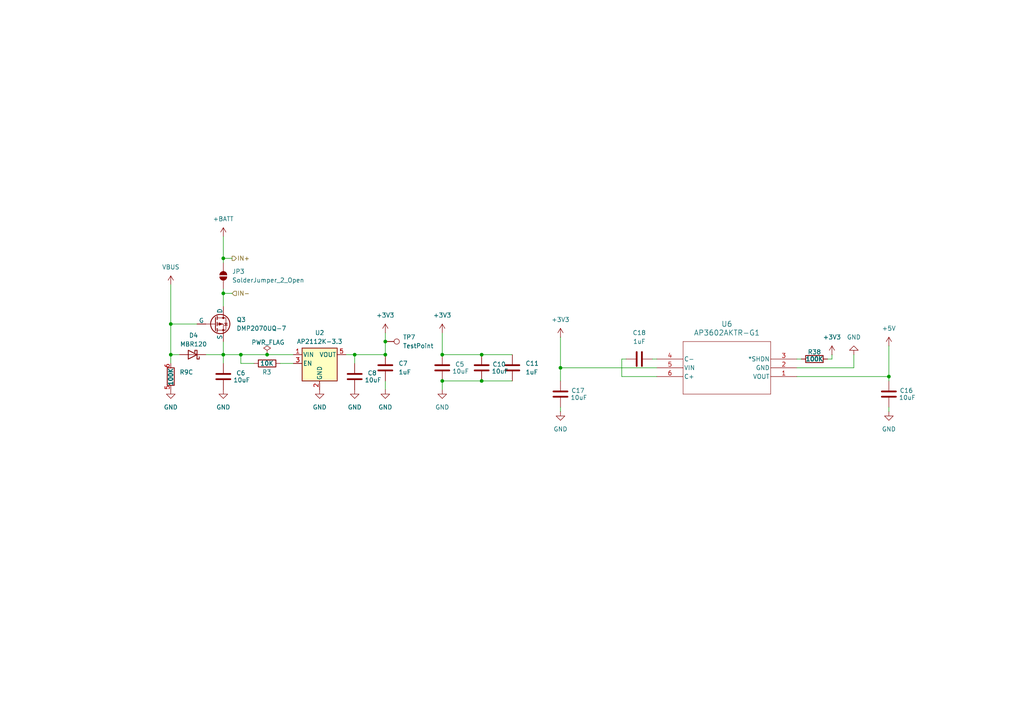
<source format=kicad_sch>
(kicad_sch (version 20231120) (generator "eeschema") (generator_version "8.0")
  (paper "A4")
  (title_block (title "Power - Management") (company "catbranchman") (comment 1 "Electrical Engineering Department") (comment 2 "EE 156 / Stanford University") (comment 3 "Flight Club, W6YX, Endurance"))
  (lib_symbols
    (symbol "Connector:TestPoint" (pin_numbers hide) (pin_names (offset 0.762) hide)
      (property "Reference" "TP" (at 0 6.858 0))
      (property "Value" "TestPoint" (at 0 5.08 0))
      (symbol "TestPoint_0_1"
        (circle (center 0 3.302) (radius 0.762))
      )
      (symbol "TestPoint_1_1"
        (pin passive line (at 0 0 90) (length 2.54) (name "1") (number "1"))
      )
    )
    (symbol "Device:C" (pin_numbers hide) (pin_names (offset 0.254))
      (property "Reference" "C" (at 0.635 2.54 0))
      (property "Value" "C" (at 0.635 -2.54 0))
      (symbol "C_0_1"
        (polyline (pts (xy -2.032 -0.762) (xy 2.032 -0.762)) (stroke (width 0.508)))
        (polyline (pts (xy -2.032 0.762) (xy 2.032 0.762)) (stroke (width 0.508)))
      )
      (symbol "C_1_1"
        (pin passive line (at 0 3.81 270) (length 2.794) (name "~") (number "1"))
        (pin passive line (at 0 -3.81 90) (length 2.794) (name "~") (number "2"))
      )
    )
    (symbol "Device:D_Schottky" (pin_numbers hide) (pin_names (offset 1.016) hide)
      (property "Reference" "D" (at 0 2.54 0))
      (property "Value" "D_Schottky" (at 0 -2.54 0))
      (symbol "D_Schottky_0_1"
        (polyline (pts (xy 1.27 0) (xy -1.27 0)))
        (polyline (pts (xy 1.27 1.27) (xy 1.27 -1.27) (xy -1.27 0) (xy 1.27 1.27)) (stroke (width 0.254)))
        (polyline (pts (xy -1.905 0.635) (xy -1.905 1.27) (xy -1.27 1.27) (xy -1.27 -1.27) (xy -0.635 -1.27) (xy -0.635 -0.635)) (stroke (width 0.254)))
      )
      (symbol "D_Schottky_1_1"
        (pin passive line (at -3.81 0 0) (length 2.54) (name "K") (number "1"))
        (pin passive line (at 3.81 0 180) (length 2.54) (name "A") (number "2"))
      )
    )
    (symbol "Device:R" (pin_numbers hide) (pin_names (offset 0))
      (property "Reference" "R" (at 2.032 0 90))
      (property "Value" "R" (at 0 0 90))
      (symbol "R_0_1"
        (rectangle (start -1.016 -2.54) (end 1.016 2.54) (stroke (width 0.254)))
      )
      (symbol "R_1_1"
        (pin passive line (at 0 3.81 270) (length 1.27) (name "~") (number "1"))
        (pin passive line (at 0 -3.81 90) (length 1.27) (name "~") (number "2"))
      )
    )
    (symbol "Device:R_Pack04_SIP_Split" (pin_names (offset 0) hide)
      (property "Reference" "RN" (at 2.032 0 90))
      (property "Value" "R_Pack04_SIP_Split" (at 0 0 90))
      (symbol "R_Pack04_SIP_Split_0_1"
        (rectangle (start 1.016 2.54) (end -1.016 -2.54) (stroke (width 0.254)))
      )
      (symbol "R_Pack04_SIP_Split_1_1"
        (pin passive line (at 0 -3.81 90) (length 1.27) (name "R1.1") (number "1"))
        (pin passive line (at 0 3.81 270) (length 1.27) (name "R1.2") (number "2"))
      )
      (symbol "R_Pack04_SIP_Split_2_1"
        (pin passive line (at 0 -3.81 90) (length 1.27) (name "R2.1") (number "3"))
        (pin passive line (at 0 3.81 270) (length 1.27) (name "R2.2") (number "4"))
      )
      (symbol "R_Pack04_SIP_Split_3_1"
        (pin passive line (at 0 -3.81 90) (length 1.27) (name "R3.1") (number "5"))
        (pin passive line (at 0 3.81 270) (length 1.27) (name "R3.2") (number "6"))
      )
      (symbol "R_Pack04_SIP_Split_4_1"
        (pin passive line (at 0 -3.81 90) (length 1.27) (name "R4.1") (number "7"))
        (pin passive line (at 0 3.81 270) (length 1.27) (name "R4.2") (number "8"))
      )
    )
    (symbol "Jumper:SolderJumper_2_Open" (pin_numbers hide) (pin_names (offset 0) hide) (exclude_from_sim yes) (in_bom no)
      (property "Reference" "JP" (at 0 2.032 0))
      (property "Value" "SolderJumper_2_Open" (at 0 -2.54 0))
      (symbol "SolderJumper_2_Open_0_1"
        (arc (start -0.254 1.016) (mid -1.2656 0) (end -0.254 -1.016))
        (arc (start -0.254 1.016) (mid -1.2656 0) (end -0.254 -1.016) (fill (type outline)))
        (polyline (pts (xy -0.254 1.016) (xy -0.254 -1.016)))
        (polyline (pts (xy 0.254 1.016) (xy 0.254 -1.016)))
        (arc (start 0.254 -1.016) (mid 1.2656 0) (end 0.254 1.016))
        (arc (start 0.254 -1.016) (mid 1.2656 0) (end 0.254 1.016) (fill (type outline)))
      )
      (symbol "SolderJumper_2_Open_1_1"
        (pin passive line (at -3.81 0 0) (length 2.54) (name "A") (number "1"))
        (pin passive line (at 3.81 0 180) (length 2.54) (name "B") (number "2"))
      )
    )
    (symbol "Regulator_Linear:AP2112K-3.3" (pin_names (offset 0.254))
      (property "Reference" "U" (at -5.08 5.715 0))
      (property "Value" "AP2112K-3.3" (at 0 5.715 0))
      (symbol "AP2112K-3.3_0_1"
        (rectangle (start -5.08 4.445) (end 5.08 -5.08) (stroke (width 0.254)) (fill (type background)))
      )
      (symbol "AP2112K-3.3_1_1"
        (pin power_in line (at -7.62 2.54 0) (length 2.54) (name "VIN") (number "1"))
        (pin power_in line (at 0 -7.62 90) (length 2.54) (name "GND") (number "2"))
        (pin input line (at -7.62 0 0) (length 2.54) (name "EN") (number "3"))
        (pin no_connect line (at 5.08 0 180) (length 2.54) hide (name "NC") (number "4"))
        (pin power_out line (at 7.62 2.54 180) (length 2.54) (name "VOUT") (number "5"))
      )
    )
    (symbol "Simulation_SPICE:PMOS" (pin_numbers hide) (pin_names (offset 0))
      (property "Reference" "Q" (at 5.08 1.27 0))
      (property "Value" "PMOS" (at 5.08 -1.27 0))
      (symbol "PMOS_0_1"
        (polyline (pts (xy 0.254 0) (xy -2.54 0)))
        (polyline (pts (xy 0.254 1.905) (xy 0.254 -1.905)) (stroke (width 0.254)))
        (polyline (pts (xy 0.762 -1.27) (xy 0.762 -2.286)) (stroke (width 0.254)))
        (polyline (pts (xy 0.762 0.508) (xy 0.762 -0.508)) (stroke (width 0.254)))
        (polyline (pts (xy 0.762 2.286) (xy 0.762 1.27)) (stroke (width 0.254)))
        (polyline (pts (xy 2.54 2.54) (xy 2.54 1.778)))
        (polyline (pts (xy 2.54 -2.54) (xy 2.54 0) (xy 0.762 0)))
        (polyline (pts (xy 0.762 1.778) (xy 3.302 1.778) (xy 3.302 -1.778) (xy 0.762 -1.778)))
        (polyline (pts (xy 2.286 0) (xy 1.27 0.381) (xy 1.27 -0.381) (xy 2.286 0)) (fill (type outline)))
        (polyline (pts (xy 2.794 -0.508) (xy 2.921 -0.381) (xy 3.683 -0.381) (xy 3.81 -0.254)))
        (polyline (pts (xy 3.302 -0.381) (xy 2.921 0.254) (xy 3.683 0.254) (xy 3.302 -0.381)))
        (circle (center 1.651 0) (radius 2.794) (stroke (width 0.254)))
        (circle (center 2.54 -1.778) (radius 0.254) (fill (type outline)))
        (circle (center 2.54 1.778) (radius 0.254) (fill (type outline)))
      )
      (symbol "PMOS_1_1"
        (pin passive line (at 2.54 5.08 270) (length 2.54) (name "D") (number "1"))
        (pin input line (at -5.08 0 0) (length 2.54) (name "G") (number "2"))
        (pin passive line (at 2.54 -5.08 90) (length 2.54) (name "S") (number "3"))
      )
    )
    (symbol "_AP3602:AP3602AKTR-G1" (pin_names (offset 0.254))
      (property "Reference" "U6" (at 20.32 -15.24 0))
      (property "Value" "AP3602AKTR-G1" (at 20.32 -12.7 0))
      (symbol "AP3602AKTR-G1_0_1"
        (polyline (pts (xy 7.62 -10.16) (xy 33.02 -10.16)) (stroke (width 0.127)))
        (polyline (pts (xy 7.62 5.08) (xy 7.62 -10.16)) (stroke (width 0.127)))
        (polyline (pts (xy 33.02 -10.16) (xy 33.02 5.08)) (stroke (width 0.127)))
        (polyline (pts (xy 33.02 5.08) (xy 7.62 5.08)) (stroke (width 0.127)))
        (pin power_in line (at 0 -2.54 0) (length 7.62) (name "GND") (number "2"))
        (pin input line (at 0 -5.08 0) (length 7.62) (name "*SHDN") (number "3"))
        (pin unspecified line (at 40.64 -5.08 180) (length 7.62) (name "C-") (number "4"))
        (pin input line (at 40.64 -2.54 180) (length 7.62) (name "VIN") (number "5"))
        (pin unspecified line (at 40.64 0 180) (length 7.62) (name "C+") (number "6"))
      )
      (symbol "AP3602AKTR-G1_1_1"
        (pin power_out line (at 0 0 0) (length 7.62) (name "VOUT") (number "1"))
      )
    )
    (symbol "power:+3V3" (power) (pin_numbers hide) (pin_names (offset 0) hide)
      (property "Value" "+3V3" (at 0 3.556 0))
      (symbol "+3V3_0_1"
        (polyline (pts (xy -0.762 1.27) (xy 0 2.54)))
        (polyline (pts (xy 0 0) (xy 0 2.54)))
        (polyline (pts (xy 0 2.54) (xy 0.762 1.27)))
      )
      (symbol "+3V3_1_1"
        (pin power_in line (at 0 0 90) (length 0) (name "~") (number "1"))
      )
    )
    (symbol "power:+5V" (power) (pin_numbers hide) (pin_names (offset 0) hide)
      (property "Value" "+5V" (at 0 3.556 0))
      (symbol "+5V_0_1"
        (polyline (pts (xy -0.762 1.27) (xy 0 2.54)))
        (polyline (pts (xy 0 0) (xy 0 2.54)))
        (polyline (pts (xy 0 2.54) (xy 0.762 1.27)))
      )
      (symbol "+5V_1_1"
        (pin power_in line (at 0 0 90) (length 0) (name "~") (number "1"))
      )
    )
    (symbol "power:+BATT" (power) (pin_numbers hide) (pin_names (offset 0) hide)
      (property "Value" "+BATT" (at 0 3.556 0))
      (symbol "+BATT_0_1"
        (polyline (pts (xy -0.762 1.27) (xy 0 2.54)))
        (polyline (pts (xy 0 0) (xy 0 2.54)))
        (polyline (pts (xy 0 2.54) (xy 0.762 1.27)))
      )
      (symbol "+BATT_1_1"
        (pin power_in line (at 0 0 90) (length 0) (name "~") (number "1"))
      )
    )
    (symbol "power:GND" (power) (pin_numbers hide) (pin_names (offset 0) hide)
      (property "Value" "GND" (at 0 -3.81 0))
      (symbol "GND_0_1"
        (polyline (pts (xy 0 0) (xy 0 -1.27) (xy 1.27 -1.27) (xy 0 -2.54) (xy -1.27 -1.27) (xy 0 -1.27)))
      )
      (symbol "GND_1_1"
        (pin power_in line (at 0 0 270) (length 0) (name "~") (number "1"))
      )
    )
    (symbol "power:PWR_FLAG" (power) (pin_numbers hide) (pin_names (offset 0) hide)
      (property "Value" "PWR_FLAG" (at 0 3.81 0))
      (symbol "PWR_FLAG_0_0"
        (pin power_out line (at 0 0 90) (length 0) (name "~") (number "1"))
      )
      (symbol "PWR_FLAG_0_1"
        (polyline (pts (xy 0 0) (xy 0 1.27) (xy -1.016 1.905) (xy 0 2.54) (xy 1.016 1.905) (xy 0 1.27)))
      )
    )
    (symbol "power:VBUS" (power) (pin_numbers hide) (pin_names (offset 0) hide)
      (property "Value" "VBUS" (at 0 3.556 0))
      (symbol "VBUS_0_1"
        (polyline (pts (xy -0.762 1.27) (xy 0 2.54)))
        (polyline (pts (xy 0 0) (xy 0 2.54)))
        (polyline (pts (xy 0 2.54) (xy 0.762 1.27)))
      )
      (symbol "VBUS_1_1"
        (pin power_in line (at 0 0 90) (length 0) (name "~") (number "1"))
      )
    )
  )
  (junction (at 64.77 85.09))
  (junction (at 111.76 99.06))
  (junction (at 69.85 102.87))
  (junction (at 49.53 102.87))
  (junction (at 128.27 110.49))
  (junction (at 162.56 106.68))
  (junction (at 64.77 74.93))
  (junction (at 102.87 102.87))
  (junction (at 139.7 102.87))
  (junction (at 49.53 93.98))
  (junction (at 77.47 102.87))
  (junction (at 128.27 102.87))
  (junction (at 111.76 102.87))
  (junction (at 139.7 110.49))
  (junction (at 257.81 109.22))
  (junction (at 64.77 102.87))
  (wire (pts (xy 64.77 83.82) (xy 64.77 85.09)))
  (wire (pts (xy 257.81 118.11) (xy 257.81 119.38)))
  (wire (pts (xy 67.31 85.09) (xy 64.77 85.09)))
  (wire (pts (xy 111.76 110.49) (xy 111.76 113.03)))
  (wire (pts (xy 231.14 109.22) (xy 257.81 109.22)))
  (wire (pts (xy 162.56 106.68) (xy 162.56 110.49)))
  (wire (pts (xy 69.85 102.87) (xy 77.47 102.87)))
  (wire (pts (xy 64.77 99.06) (xy 64.77 102.87)))
  (wire (pts (xy 247.65 102.87) (xy 247.65 106.68)))
  (wire (pts (xy 49.53 102.87) (xy 52.07 102.87)))
  (wire (pts (xy 240.03 104.14) (xy 241.3 104.14)))
  (wire (pts (xy 102.87 102.87) (xy 111.76 102.87)))
  (wire (pts (xy 180.34 104.14) (xy 180.34 109.22)))
  (wire (pts (xy 162.56 97.79) (xy 162.56 106.68)))
  (wire (pts (xy 257.81 100.33) (xy 257.81 109.22)))
  (wire (pts (xy 64.77 85.09) (xy 64.77 88.9)))
  (wire (pts (xy 59.69 102.87) (xy 64.77 102.87)))
  (wire (pts (xy 69.85 102.87) (xy 69.85 105.41)))
  (wire (pts (xy 64.77 102.87) (xy 69.85 102.87)))
  (wire (pts (xy 189.23 104.14) (xy 190.5 104.14)))
  (wire (pts (xy 241.3 102.87) (xy 241.3 104.14)))
  (wire (pts (xy 49.53 93.98) (xy 49.53 102.87)))
  (wire (pts (xy 67.31 74.93) (xy 64.77 74.93)))
  (wire (pts (xy 128.27 96.52) (xy 128.27 102.87)))
  (wire (pts (xy 128.27 110.49) (xy 128.27 113.03)))
  (wire (pts (xy 111.76 99.06) (xy 111.76 102.87)))
  (wire (pts (xy 232.41 104.14) (xy 231.14 104.14)))
  (wire (pts (xy 128.27 102.87) (xy 139.7 102.87)))
  (wire (pts (xy 64.77 74.93) (xy 64.77 68.58)))
  (wire (pts (xy 81.28 105.41) (xy 85.09 105.41)))
  (wire (pts (xy 139.7 102.87) (xy 148.59 102.87)))
  (wire (pts (xy 231.14 106.68) (xy 247.65 106.68)))
  (wire (pts (xy 64.77 74.93) (xy 64.77 76.2)))
  (wire (pts (xy 102.87 105.41) (xy 102.87 102.87)))
  (wire (pts (xy 139.7 110.49) (xy 148.59 110.49)))
  (wire (pts (xy 128.27 110.49) (xy 139.7 110.49)))
  (wire (pts (xy 100.33 102.87) (xy 102.87 102.87)))
  (wire (pts (xy 69.85 105.41) (xy 73.66 105.41)))
  (wire (pts (xy 49.53 102.87) (xy 49.53 105.41)))
  (wire (pts (xy 64.77 102.87) (xy 64.77 105.41)))
  (wire (pts (xy 77.47 102.87) (xy 85.09 102.87)))
  (wire (pts (xy 49.53 93.98) (xy 57.15 93.98)))
  (wire (pts (xy 162.56 106.68) (xy 190.5 106.68)))
  (wire (pts (xy 180.34 104.14) (xy 181.61 104.14)))
  (wire (pts (xy 257.81 109.22) (xy 257.81 110.49)))
  (wire (pts (xy 49.53 82.55) (xy 49.53 93.98)))
  (wire (pts (xy 180.34 109.22) (xy 190.5 109.22)))
  (wire (pts (xy 162.56 118.11) (xy 162.56 119.38)))
  (wire (pts (xy 111.76 96.52) (xy 111.76 99.06)))
  (hierarchical_label "IN+" (shape output) (at 67.31 74.93 0))
  (hierarchical_label "IN-" (shape input) (at 67.31 85.09 0))
  (symbol (lib_id "power:+3V3") (at 162.56 97.79 0) (unit 1)
    (property "Reference" "#PWR069" (effects (hide yes)))
    (property "Value" "+3V3" (at 162.56 92.71 0))
    (property "Description" "Power symbol creates a global label with name \"+3V3\"" (effects (hide yes)))
  )
  (symbol (lib_id "power:GND") (at 92.71 113.03 0) (unit 1)
    (property "Reference" "#PWR016" (effects (hide yes)))
    (property "Value" "GND" (at 92.71 118.11 0))
    (property "Description" "Power symbol creates a global label with name \"GND\" , ground" (effects (hide yes)))
  )
  (symbol (lib_id "power:+3V3") (at 111.76 96.52 0) (unit 1)
    (property "Reference" "#PWR019" (effects (hide yes)))
    (property "Value" "+3V3" (at 111.76 91.44 0))
    (property "Description" "Power symbol creates a global label with name \"+3V3\"" (effects (hide yes)))
  )
  (symbol (lib_id "power:+3V3") (at 128.27 96.52 0) (unit 1)
    (property "Reference" "#PWR027" (effects (hide yes)))
    (property "Value" "+3V3" (at 128.27 91.44 0))
    (property "Description" "Power symbol creates a global label with name \"+3V3\"" (effects (hide yes)))
  )
  (symbol (lib_id "power:GND") (at 64.77 113.03 0) (unit 1)
    (property "Reference" "#PWR023" (effects (hide yes)))
    (property "Value" "GND" (at 64.77 118.11 0))
    (property "Description" "Power symbol creates a global label with name \"GND\" , ground" (effects (hide yes)))
  )
  (symbol (lib_id "Device:C") (at 148.59 106.68 180) (unit 1)
    (property "Reference" "C11" (at 152.4 105.4099 0) (effects (justify right)))
    (property "Value" "1uF" (at 152.4 107.9499 0) (effects (justify right)))
    (property "Footprint" "Capacitor_SMD:C_0603_1608Metric" (effects (hide yes)))
    (property "Datasheet" "https://www.yageo.com/upload/media/product/productsearch/datasheet/mlcc/UPY-GPHC_X7R_6" (effects (hide yes)))
    (property "Description" "1 uF 10% 16V Ceramic Capacitor X7R 0603 (1608 Metric)" (effects (hide yes)))
    (property "Mfr" "YAGEO" (effects (hide yes)))
    (property "Mfr P/N" "CC0603KRX7R7BB105" (effects (hide yes)))
    (property "Supplier_1" "Digikey" (effects (hide yes)))
    (property "Supplier_1 P/N" "0.10" (effects (hide yes)))
    (property "Supplier_1 Unit Price" "0.03080" (effects (hide yes)))
  )
  (symbol (lib_id "Device:R") (at 77.47 105.41 90) (unit 1)
    (property "Reference" "R3" (at 78.74 107.95 90) (effects (justify left)))
    (property "Value" "10K" (at 79.502 105.41 90) (effects (font (thickness 0.254) (bold yes)) (justify left)))
    (property "Footprint" "Resistor_SMD:R_0603_1608Metric" (effects (hide yes)))
    (property "Datasheet" "https://www.seielect.com/catalog/sei-rncp.pdf" (effects (hide yes)))
    (property "Description" "10 kOhms 1% 0.125W, 1/8W Chip Resistor 0603 (1608 Metric) Anti-Sulfur Thin Film" (effects (hide yes)))
    (property "Mfr" "Stackpole Electronics Inc" (effects (hide yes)))
    (property "Mfr P/N" "RNCP0603FTD10K0" (effects (hide yes)))
    (property "Supplier_1" "Digikey" (effects (hide yes)))
    (property "Supplier_1 P/N" "RNCP0603FTD10K0CT-ND" (effects (hide yes)))
    (property "Supplier_1 Unit Price" "0.10" (effects (hide yes)))
    (property "Supplier_1 Price @ Qty" "0.0170" (effects (hide yes)))
  )
  (symbol (lib_id "Device:D_Schottky") (at 55.88 102.87 180) (unit 1)
    (property "Reference" "D4" (at 56.134 97.282 0))
    (property "Value" "MBR120" (at 56.134 99.822 0))
    (property "Footprint" "Diode_SMD:D_SOD-123" (effects (hide yes)))
    (property "Datasheet" "https://www.onsemi.com/pdf/datasheet/mbr120lsft1-d.pdf" (effects (hide yes)))
    (property "Description" "Diode 20 V 1A Surface Mount SOD-123FL" (effects (hide yes)))
    (property "Mfr" "onsemi" (effects (hide yes)))
    (property "Mfr P/N" "MBR120LSFT1G" (effects (hide yes)))
    (property "Supplier_1" "Digikey" (effects (hide yes)))
    (property "Supplier_1 P/N" "MBR120LSFT1GOSCT-ND" (effects (hide yes)))
    (property "Supplier_1 Unit Price" "0.42" (effects (hide yes)))
    (property "Supplier_1 Price @ Qty" "0.19610" (effects (hide yes)))
  )
  (symbol (lib_id "Simulation_SPICE:PMOS") (at 62.23 93.98 0) (unit 1)
    (property "Reference" "Q3" (at 68.58 92.7099 0) (effects (justify left)))
    (property "Value" "DMP2070UQ-7" (at 68.58 95.2499 0) (effects (justify left)))
    (property "Footprint" "Package_TO_SOT_SMD:SOT-23-5_HandSoldering" (effects (hide yes)))
    (property "Datasheet" "https://ngspice.sourceforge.io/docs/ngspice-html-manual/manual.xhtml#cha_MOSFETs" (effects (hide yes)))
    (property "Description" "P-MOSFET transistor, drain/source/gate" (effects (hide yes)))
    (property "Sim.Device" "PMOS" (effects (hide yes)))
    (property "Sim.Type" "VDMOS" (effects (hide yes)))
    (property "Sim.Pins" "1=D 2=G 3=S" (effects (hide yes)))
    (property "Mfr" "Diodes Incorporated" (effects (hide yes)))
    (property "Mfr P/N" "DMP2070UQ-7" (effects (hide yes)))
    (property "Supplier_1" "Digikey" (effects (hide yes)))
    (property "Supplier_1 P/N" "31-DMP2070UQ-7CT-ND" (effects (hide yes)))
    (property "Supplier_1 Unit Price" "0.48" (effects (hide yes)))
    (property "Supplier_1 Price @ Qty" "0.1860" (effects (hide yes)))
  )
  (symbol (lib_id "power:PWR_FLAG") (at 77.47 102.87 0) (unit 1)
    (property "Reference" "#FLG05" (effects (hide yes)))
    (property "Value" "PWR_FLAG" (at 77.724 99.314 0))
    (property "Description" "Special symbol for telling ERC where power comes from" (effects (hide yes)))
  )
  (symbol (lib_id "power:+5V") (at 257.81 100.33 0) (unit 1)
    (property "Reference" "#PWR055" (effects (hide yes)))
    (property "Value" "+5V" (at 257.81 95.25 0))
    (property "Description" "Power symbol creates a global label with name \"+5V\"" (effects (hide yes)))
  )
  (symbol (lib_id "Device:C") (at 111.76 106.68 0) (unit 1)
    (property "Reference" "C7" (at 115.57 105.4099 0) (effects (justify left)))
    (property "Value" "1uF" (at 115.57 107.9499 0) (effects (justify left)))
    (property "Footprint" "Capacitor_SMD:C_0603_1608Metric" (effects (hide yes)))
    (property "Datasheet" "https://www.yageo.com/upload/media/product/productsearch/datasheet/mlcc/UPY-GPHC_X7R_6" (effects (hide yes)))
    (property "Description" "1 uF 10% 16V Ceramic Capacitor X7R 0603 (1608 Metric)" (effects (hide yes)))
    (property "Mfr" "YAGEO" (effects (hide yes)))
    (property "Mfr P/N" "CC0603KRX7R7BB105" (effects (hide yes)))
    (property "Supplier_1" "Digikey" (effects (hide yes)))
    (property "Supplier_1 P/N" "0.10" (effects (hide yes)))
    (property "Supplier_1 Unit Price" "0.03080" (effects (hide yes)))
  )
  (symbol (lib_id "Device:R") (at 236.22 104.14 90) (unit 1)
    (property "Reference" "R38" (at 236.22 102.108 90))
    (property "Value" "100K" (at 236.22 104.14 90) (effects (font (thickness 0.254) (bold yes))))
    (property "Description" "Resistor" (effects (hide yes)))
  )
  (symbol (lib_id "Device:C") (at 64.77 109.22 0) (unit 1)
    (property "Reference" "C6" (at 69.85 108.204 0))
    (property "Value" "10uF" (at 70.104 110.236 0))
    (property "Footprint" "Inductor_SMD:L_0805_2012Metric" (effects (hide yes)))
    (property "Datasheet" "https://mm.digikey.com/Volume0/opasdata/d220001/medias/docus/609/CL21A106K0QNNNE_Sp" (effects (hide yes)))
    (property "Description" "10 uF 10% 16V Ceramic Capacitor X5R 0805 (2012 Metric)" (effects (hide yes)))
    (property "Mfr" "Samsung Electro-Mechanics" (effects (hide yes)))
    (property "Mfr P/N" "CL21A106KOQNNNE" (effects (hide yes)))
    (property "Supplier_1" "Digikey" (effects (hide yes)))
    (property "Supplier_1 P/N" "1276-1096-1-ND" (effects (hide yes)))
    (property "Supplier_1 Unit Price" "0.10" (effects (hide yes)))
    (property "Supplier_1 Price @ Qty" "0.03130" (effects (hide yes)))
  )
  (symbol (lib_id "Regulator_Linear:AP2112K-3.3") (at 92.71 105.41 0) (unit 1)
    (property "Reference" "U2" (at 92.71 96.52 0))
    (property "Value" "AP2112K-3.3" (at 92.71 99.06 0))
    (property "Footprint" "Package_TO_SOT_SMD:SOT-23-5" (effects (hide yes)))
    (property "Datasheet" "https://www.diodes.com/assets/Datasheets/AP2112.pdf" (effects (hide yes)))
    (property "Description" "600mA low dropout linear regulator, with enable pin, 3.8V-6V input voltage range, 3.3V fixed positive output, SOT-23-5" (effects (hide yes)))
    (property "Mfr" "Diodes Incorporated" (effects (hide yes)))
    (property "Mfr P/N" "AP2112K-3.3TRG1" (effects (hide yes)))
    (property "Supplier_1" "Digikey" (effects (hide yes)))
    (property "Supplier_1 P/N" "AP2112K-3.3TRG1DICT-ND" (effects (hide yes)))
    (property "Supplier_1 Unit Price" "0.35" (effects (hide yes)))
    (property "Supplier_1 Price @ Qty" "0.1955" (effects (hide yes)))
  )
  (symbol (lib_id "power:GND") (at 247.65 102.87 180) (unit 1)
    (property "Reference" "#PWR054" (effects (hide yes)))
    (property "Value" "GND" (at 247.65 97.79 0))
    (property "Description" "Power symbol creates a global label with name \"GND\" , ground" (effects (hide yes)))
  )
  (symbol (lib_id "Device:C") (at 128.27 106.68 0) (unit 1)
    (property "Reference" "C5" (at 133.35 105.664 0))
    (property "Value" "10uF" (at 133.604 107.696 0))
    (property "Footprint" "Inductor_SMD:L_0805_2012Metric" (effects (hide yes)))
    (property "Datasheet" "https://mm.digikey.com/Volume0/opasdata/d220001/medias/docus/609/CL21A106K0QNNNE_Sp" (effects (hide yes)))
    (property "Description" "10 uF 10% 16V Ceramic Capacitor X5R 0805 (2012 Metric)" (effects (hide yes)))
    (property "Mfr" "Samsung Electro-Mechanics" (effects (hide yes)))
    (property "Mfr P/N" "CL21A106KOQNNNE" (effects (hide yes)))
    (property "Supplier_1" "Digikey" (effects (hide yes)))
    (property "Supplier_1 P/N" "1276-1096-1-ND" (effects (hide yes)))
    (property "Supplier_1 Unit Price" "0.10" (effects (hide yes)))
    (property "Supplier_1 Price @ Qty" "0.03130" (effects (hide yes)))
  )
  (symbol (lib_id "power:GND") (at 128.27 113.03 0) (unit 1)
    (property "Reference" "#PWR028" (effects (hide yes)))
    (property "Value" "GND" (at 128.27 118.11 0))
    (property "Description" "Power symbol creates a global label with name \"GND\" , ground" (effects (hide yes)))
  )
  (symbol (lib_id "Jumper:SolderJumper_2_Open") (at 64.77 80.01 90) (unit 1) (exclude_from_sim yes) (in_bom no)
    (property "Reference" "JP3" (at 67.31 78.7399 90) (effects (justify right)))
    (property "Value" "SolderJumper_2_Open" (at 67.31 81.2799 90) (effects (justify right)))
    (property "Footprint" "Jumper:SolderJumper-2_P1.3mm_Open_TrianglePad1.0x1.5mm" (effects (hide yes)))
    (property "Description" "Solder Jumper, 2-pole, open" (effects (hide yes)))
  )
  (symbol (lib_id "power:+BATT") (at 64.77 68.58 0) (unit 1)
    (property "Reference" "#PWR020" (effects (hide yes)))
    (property "Value" "+BATT" (at 64.77 63.5 0))
    (property "Description" "Power symbol creates a global label with name \"+BATT\"" (effects (hide yes)))
  )
  (symbol (lib_id "Connector:TestPoint") (at 111.76 99.06 270) (unit 1)
    (property "Reference" "TP7" (at 116.84 97.7899 90) (effects (justify left)))
    (property "Value" "TestPoint" (at 116.84 100.3299 90) (effects (justify left)))
    (property "Footprint" "TestPoint:TestPoint_Loop_D2.50mm_Drill1.0mm" (effects (hide yes)))
    (property "Datasheet" "https://www.keyelco.com/userAssets/file/M65p56.pdf" (effects (hide yes)))
    (property "Description" "test point" (effects (hide yes)))
    (property "Mfr" "Keystone Electronics" (effects (hide yes)))
    (property "Mfr P/N" "5001" (effects (hide yes)))
    (property "Supplier_1" "Digikey" (effects (hide yes)))
    (property "Supplier_1 P/N" "36-5001-ND" (effects (hide yes)))
    (property "Supplier_1 Unit Price" "$0.41000 " (effects (hide yes)))
    (property "Supplier_1 Price @ Qty" "$0.14964 " (effects (hide yes)))
  )
  (symbol (lib_id "power:GND") (at 102.87 113.03 0) (unit 1)
    (property "Reference" "#PWR017" (effects (hide yes)))
    (property "Value" "GND" (at 102.87 118.11 0))
    (property "Description" "Power symbol creates a global label with name \"GND\" , ground" (effects (hide yes)))
  )
  (symbol (lib_id "Device:C") (at 162.56 114.3 0) (unit 1)
    (property "Reference" "C17" (at 167.64 113.284 0))
    (property "Value" "10uF" (at 167.894 115.316 0))
    (property "Footprint" "Inductor_SMD:L_0805_2012Metric" (effects (hide yes)))
    (property "Datasheet" "https://mm.digikey.com/Volume0/opasdata/d220001/medias/docus/609/CL21A106K0QNNNE_Sp" (effects (hide yes)))
    (property "Description" "10 uF 10% 16V Ceramic Capacitor X5R 0805 (2012 Metric)" (effects (hide yes)))
    (property "Mfr" "Samsung Electro-Mechanics" (effects (hide yes)))
    (property "Mfr P/N" "CL21A106KOQNNNE" (effects (hide yes)))
    (property "Supplier_1" "Digikey" (effects (hide yes)))
    (property "Supplier_1 P/N" "1276-1096-1-ND" (effects (hide yes)))
    (property "Supplier_1 Unit Price" "0.10" (effects (hide yes)))
    (property "Supplier_1 Price @ Qty" "0.03130" (effects (hide yes)))
  )
  (symbol (lib_id "power:GND") (at 49.53 113.03 0) (unit 1)
    (property "Reference" "#PWR022" (effects (hide yes)))
    (property "Value" "GND" (at 49.53 118.11 0))
    (property "Description" "Power symbol creates a global label with name \"GND\" , ground" (effects (hide yes)))
  )
  (symbol (lib_id "Device:C") (at 139.7 106.68 0) (unit 1)
    (property "Reference" "C10" (at 144.78 105.664 0))
    (property "Value" "10uF" (at 145.034 107.696 0))
    (property "Footprint" "Inductor_SMD:L_0805_2012Metric" (effects (hide yes)))
    (property "Datasheet" "https://mm.digikey.com/Volume0/opasdata/d220001/medias/docus/609/CL21A106K0QNNNE_Sp" (effects (hide yes)))
    (property "Description" "10 uF 10% 16V Ceramic Capacitor X5R 0805 (2012 Metric)" (effects (hide yes)))
    (property "Mfr" "Samsung Electro-Mechanics" (effects (hide yes)))
    (property "Mfr P/N" "CL21A106KOQNNNE" (effects (hide yes)))
    (property "Supplier_1" "Digikey" (effects (hide yes)))
    (property "Supplier_1 P/N" "1276-1096-1-ND" (effects (hide yes)))
    (property "Supplier_1 Unit Price" "0.10" (effects (hide yes)))
    (property "Supplier_1 Price @ Qty" "0.03130" (effects (hide yes)))
  )
  (symbol (lib_id "power:GND") (at 111.76 113.03 0) (unit 1)
    (property "Reference" "#PWR018" (effects (hide yes)))
    (property "Value" "GND" (at 111.76 118.11 0))
    (property "Description" "Power symbol creates a global label with name \"GND\" , ground" (effects (hide yes)))
  )
  (symbol (lib_id "Device:R_Pack04_SIP_Split") (at 49.53 109.22 0) (unit 3)
    (property "Reference" "R9" (at 52.07 107.9499 0) (effects (justify left)))
    (property "Value" "100K" (at 49.53 112.014 90) (effects (font (thickness 0.254) (bold yes)) (justify left)))
    (property "Footprint" "Resistor_SMD:R_Array_Convex_4x1206" (effects (hide yes)))
    (property "Datasheet" "https://www.bourns.com/docs/Product-Datasheets/CATCAY.pdf" (effects (hide yes)))
    (property "Description" "4 resistor network, parallel topology, SIP package, split" (effects (hide yes)))
    (property "Mfr" "Bourns Inc." (effects (hide yes)))
    (property "Mfr P/N" "CAY16-1003F4LF" (effects (hide yes)))
    (property "Supplier_1" "Digikey" (effects (hide yes)))
    (property "Supplier_1 P/N" "CAY16-1003F4LFCT-ND" (effects (hide yes)))
    (property "Supplier_1 Unit Price" "0.10" (effects (hide yes)))
    (property "Supplier_1 Price @ Qty" "0.03170" (effects (hide yes)))
  )
  (symbol (lib_id "_AP3602:AP3602AKTR-G1") (at 231.14 109.22 180) (unit 1)
    (property "Reference" "U6" (at 210.82 93.98 0) (effects (font (size 1.524 1.524))))
    (property "Value" "AP3602AKTR-G1" (at 210.82 96.52 0) (effects (font (size 1.524 1.524))))
    (property "Footprint" "footprints:SOT-23-6_DIO" (effects (hide yes)))
    (property "Datasheet" "AP3602AKTR-G1" (effects (hide yes)))
    (property "Description" "Diodes Incorporated" (effects (hide yes)))
    (property "Mfr P/N" "AP3602AKTR-G1" (effects (hide yes)))
    (property "Supplier_1" "Digikey" (effects (hide yes)))
    (property "Supplier_1 P/N" "31-AP3602AKTR-G1CT-ND" (effects (hide yes)))
    (property "Supplier_1 Unit Price" "$0.78000 " (effects (hide yes)))
    (property "Supplier_1 Price @ Qty" "0.21682" (effects (hide yes)))
  )
  (symbol (lib_id "Device:C") (at 102.87 109.22 0) (unit 1)
    (property "Reference" "C8" (at 107.95 108.204 0))
    (property "Value" "10uF" (at 108.204 110.236 0))
    (property "Footprint" "Inductor_SMD:L_0805_2012Metric" (effects (hide yes)))
    (property "Datasheet" "https://mm.digikey.com/Volume0/opasdata/d220001/medias/docus/609/CL21A106K0QNNNE_Sp" (effects (hide yes)))
    (property "Description" "10 uF 10% 16V Ceramic Capacitor X5R 0805 (2012 Metric)" (effects (hide yes)))
    (property "Mfr" "Samsung Electro-Mechanics" (effects (hide yes)))
    (property "Mfr P/N" "CL21A106KOQNNNE" (effects (hide yes)))
    (property "Supplier_1" "Digikey" (effects (hide yes)))
    (property "Supplier_1 P/N" "1276-1096-1-ND" (effects (hide yes)))
    (property "Supplier_1 Unit Price" "0.10" (effects (hide yes)))
    (property "Supplier_1 Price @ Qty" "0.03130" (effects (hide yes)))
  )
  (symbol (lib_id "Device:C") (at 185.42 104.14 270) (unit 1)
    (property "Reference" "C18" (at 185.42 96.52 90))
    (property "Value" "1uF" (at 185.42 99.06 90))
    (property "Footprint" "Capacitor_SMD:C_0603_1608Metric" (effects (hide yes)))
    (property "Datasheet" "https://www.yageo.com/upload/media/product/productsearch/datasheet/mlcc/UPY-GPHC_X7R_6" (effects (hide yes)))
    (property "Description" "1 uF 10% 16V Ceramic Capacitor X7R 0603 (1608 Metric)" (effects (hide yes)))
    (property "Mfr" "YAGEO" (effects (hide yes)))
    (property "Mfr P/N" "CC0603KRX7R7BB105" (effects (hide yes)))
    (property "Supplier_1" "Digikey" (effects (hide yes)))
    (property "Supplier_1 P/N" "0.10" (effects (hide yes)))
    (property "Supplier_1 Unit Price" "0.03080" (effects (hide yes)))
  )
  (symbol (lib_id "Device:C") (at 257.81 114.3 0) (unit 1)
    (property "Reference" "C16" (at 262.89 113.284 0))
    (property "Value" "10uF" (at 263.144 115.316 0))
    (property "Footprint" "Inductor_SMD:L_0805_2012Metric" (effects (hide yes)))
    (property "Datasheet" "https://mm.digikey.com/Volume0/opasdata/d220001/medias/docus/609/CL21A106K0QNNNE_Sp" (effects (hide yes)))
    (property "Description" "10 uF 10% 16V Ceramic Capacitor X5R 0805 (2012 Metric)" (effects (hide yes)))
    (property "Mfr" "Samsung Electro-Mechanics" (effects (hide yes)))
    (property "Mfr P/N" "CL21A106KOQNNNE" (effects (hide yes)))
    (property "Supplier_1" "Digikey" (effects (hide yes)))
    (property "Supplier_1 P/N" "1276-1096-1-ND" (effects (hide yes)))
    (property "Supplier_1 Unit Price" "0.10" (effects (hide yes)))
    (property "Supplier_1 Price @ Qty" "0.03130" (effects (hide yes)))
  )
  (symbol (lib_id "power:GND") (at 257.81 119.38 0) (unit 1)
    (property "Reference" "#PWR056" (effects (hide yes)))
    (property "Value" "GND" (at 257.81 124.46 0))
    (property "Description" "Power symbol creates a global label with name \"GND\" , ground" (effects (hide yes)))
  )
  (symbol (lib_id "power:GND") (at 162.56 119.38 0) (unit 1)
    (property "Reference" "#PWR071" (effects (hide yes)))
    (property "Value" "GND" (at 162.56 124.46 0))
    (property "Description" "Power symbol creates a global label with name \"GND\" , ground" (effects (hide yes)))
  )
  (symbol (lib_id "power:VBUS") (at 49.53 82.55 0) (unit 1)
    (property "Reference" "#PWR021" (effects (hide yes)))
    (property "Value" "VBUS" (at 49.53 77.47 0))
    (property "Description" "Power symbol creates a global label with name \"VBUS\"" (effects (hide yes)))
  )
  (symbol (lib_id "power:+3V3") (at 241.3 102.87 0) (unit 1)
    (property "Reference" "#PWR057" (effects (hide yes)))
    (property "Value" "+3V3" (at 241.3 97.79 0))
    (property "Description" "Power symbol creates a global label with name \"+3V3\"" (effects (hide yes)))
  )
)
</source>
